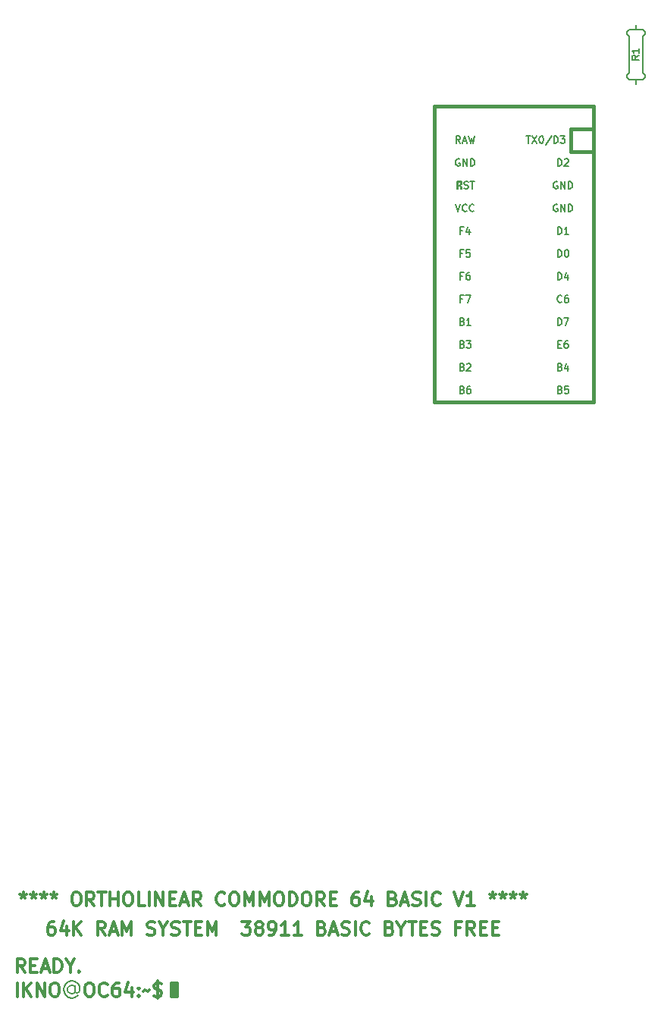
<source format=gbr>
G04 #@! TF.GenerationSoftware,KiCad,Pcbnew,(5.0.1)-3*
G04 #@! TF.CreationDate,2019-03-15T23:25:09+01:00*
G04 #@! TF.ProjectId,OC64,4F4336342E6B696361645F7063620000,rev?*
G04 #@! TF.SameCoordinates,Original*
G04 #@! TF.FileFunction,Legend,Top*
G04 #@! TF.FilePolarity,Positive*
%FSLAX46Y46*%
G04 Gerber Fmt 4.6, Leading zero omitted, Abs format (unit mm)*
G04 Created by KiCad (PCBNEW (5.0.1)-3) date 15/03/2019 23:25:09*
%MOMM*%
%LPD*%
G01*
G04 APERTURE LIST*
%ADD10C,0.300000*%
%ADD11C,0.200000*%
%ADD12C,0.150000*%
%ADD13C,0.381000*%
G04 APERTURE END LIST*
D10*
X305867857Y-173029761D02*
X306582142Y-172077380D01*
X305867857Y-172934523D02*
X306582142Y-171982142D01*
X305867857Y-172839285D02*
X306582142Y-171886904D01*
X305867857Y-172744047D02*
X306582142Y-171791666D01*
X305867857Y-172648809D02*
X306582142Y-171696428D01*
X305867857Y-172553571D02*
X306582142Y-171601190D01*
X305867857Y-172458333D02*
X306582142Y-171505952D01*
X305867857Y-172363095D02*
X306510714Y-171505952D01*
X305867857Y-172267857D02*
X306439285Y-171505952D01*
X305867857Y-172172619D02*
X306367857Y-171505952D01*
X305867857Y-172077380D02*
X306296428Y-171505952D01*
X305867857Y-171982142D02*
X306225000Y-171505952D01*
X305867857Y-171886904D02*
X306153571Y-171505952D01*
X305867857Y-171791666D02*
X306082142Y-171505952D01*
X305867857Y-171696428D02*
X306010714Y-171505952D01*
X305867857Y-171601190D02*
X305939285Y-171505952D01*
X305939285Y-173029761D02*
X306582142Y-172172619D01*
X306010714Y-173029761D02*
X306582142Y-172267857D01*
X306082142Y-173029761D02*
X306582142Y-172363095D01*
X306153571Y-173029761D02*
X306582142Y-172458333D01*
X306225000Y-173029761D02*
X306582142Y-172553571D01*
X306296428Y-173029761D02*
X306582142Y-172648809D01*
X306367857Y-173029761D02*
X306582142Y-172744047D01*
X306439285Y-173029761D02*
X306582142Y-172839285D01*
X306510714Y-173029761D02*
X306582142Y-172934523D01*
X305867857Y-173029761D02*
X305867857Y-171505952D01*
X306582142Y-171505952D01*
X306582142Y-173029761D01*
X305867857Y-173029761D01*
D11*
X295188571Y-171962380D02*
X295093333Y-171867142D01*
X294902857Y-171771904D01*
X294712380Y-171771904D01*
X294521904Y-171867142D01*
X294426666Y-171962380D01*
X294331428Y-172152857D01*
X294331428Y-172343333D01*
X294426666Y-172533809D01*
X294521904Y-172629047D01*
X294712380Y-172724285D01*
X294902857Y-172724285D01*
X295093333Y-172629047D01*
X295188571Y-172533809D01*
X295188571Y-171771904D02*
X295188571Y-172533809D01*
X295283809Y-172629047D01*
X295379047Y-172629047D01*
X295569523Y-172533809D01*
X295664761Y-172343333D01*
X295664761Y-171867142D01*
X295474285Y-171581428D01*
X295188571Y-171390952D01*
X294807619Y-171295714D01*
X294426666Y-171390952D01*
X294140952Y-171581428D01*
X293950476Y-171867142D01*
X293855238Y-172248095D01*
X293950476Y-172629047D01*
X294140952Y-172914761D01*
X294426666Y-173105238D01*
X294807619Y-173200476D01*
X295188571Y-173105238D01*
X295474285Y-172914761D01*
D10*
X288683150Y-173021395D02*
X288683150Y-171521395D01*
X289397436Y-173021395D02*
X289397436Y-171521395D01*
X290254579Y-173021395D02*
X289611722Y-172164252D01*
X290254579Y-171521395D02*
X289397436Y-172378538D01*
X290897436Y-173021395D02*
X290897436Y-171521395D01*
X291754579Y-173021395D01*
X291754579Y-171521395D01*
X292754579Y-171521395D02*
X293040293Y-171521395D01*
X293183150Y-171592824D01*
X293326008Y-171735681D01*
X293397436Y-172021395D01*
X293397436Y-172521395D01*
X293326008Y-172807109D01*
X293183150Y-172949966D01*
X293040293Y-173021395D01*
X292754579Y-173021395D01*
X292611722Y-172949966D01*
X292468865Y-172807109D01*
X292397436Y-172521395D01*
X292397436Y-172021395D01*
X292468865Y-171735681D01*
X292611722Y-171592824D01*
X292754579Y-171521395D01*
X296611722Y-171521395D02*
X296897436Y-171521395D01*
X297040293Y-171592824D01*
X297183150Y-171735681D01*
X297254579Y-172021395D01*
X297254579Y-172521395D01*
X297183150Y-172807109D01*
X297040293Y-172949966D01*
X296897436Y-173021395D01*
X296611722Y-173021395D01*
X296468865Y-172949966D01*
X296326008Y-172807109D01*
X296254579Y-172521395D01*
X296254579Y-172021395D01*
X296326008Y-171735681D01*
X296468865Y-171592824D01*
X296611722Y-171521395D01*
X298754579Y-172878538D02*
X298683150Y-172949966D01*
X298468865Y-173021395D01*
X298326008Y-173021395D01*
X298111722Y-172949966D01*
X297968865Y-172807109D01*
X297897436Y-172664252D01*
X297826008Y-172378538D01*
X297826008Y-172164252D01*
X297897436Y-171878538D01*
X297968865Y-171735681D01*
X298111722Y-171592824D01*
X298326008Y-171521395D01*
X298468865Y-171521395D01*
X298683150Y-171592824D01*
X298754579Y-171664252D01*
X300040293Y-171521395D02*
X299754579Y-171521395D01*
X299611722Y-171592824D01*
X299540293Y-171664252D01*
X299397436Y-171878538D01*
X299326008Y-172164252D01*
X299326008Y-172735681D01*
X299397436Y-172878538D01*
X299468865Y-172949966D01*
X299611722Y-173021395D01*
X299897436Y-173021395D01*
X300040293Y-172949966D01*
X300111722Y-172878538D01*
X300183150Y-172735681D01*
X300183150Y-172378538D01*
X300111722Y-172235681D01*
X300040293Y-172164252D01*
X299897436Y-172092824D01*
X299611722Y-172092824D01*
X299468865Y-172164252D01*
X299397436Y-172235681D01*
X299326008Y-172378538D01*
X301468865Y-172021395D02*
X301468865Y-173021395D01*
X301111722Y-171449966D02*
X300754579Y-172521395D01*
X301683150Y-172521395D01*
X302254579Y-172878538D02*
X302326008Y-172949966D01*
X302254579Y-173021395D01*
X302183150Y-172949966D01*
X302254579Y-172878538D01*
X302254579Y-173021395D01*
X302254579Y-172092824D02*
X302326008Y-172164252D01*
X302254579Y-172235681D01*
X302183150Y-172164252D01*
X302254579Y-172092824D01*
X302254579Y-172235681D01*
X302754579Y-172449966D02*
X302826008Y-172378538D01*
X302968865Y-172307109D01*
X303254579Y-172449966D01*
X303397436Y-172378538D01*
X303468865Y-172307109D01*
X303968865Y-172949966D02*
X304183150Y-173021395D01*
X304540293Y-173021395D01*
X304683150Y-172949966D01*
X304754579Y-172878538D01*
X304826008Y-172735681D01*
X304826008Y-172592824D01*
X304754579Y-172449966D01*
X304683150Y-172378538D01*
X304540293Y-172307109D01*
X304254579Y-172235681D01*
X304111722Y-172164252D01*
X304040293Y-172092824D01*
X303968865Y-171949966D01*
X303968865Y-171807109D01*
X304040293Y-171664252D01*
X304111722Y-171592824D01*
X304254579Y-171521395D01*
X304611722Y-171521395D01*
X304826008Y-171592824D01*
X304397436Y-171307109D02*
X304397436Y-173235681D01*
X289540293Y-170342491D02*
X289040293Y-169628205D01*
X288683150Y-170342491D02*
X288683150Y-168842491D01*
X289254579Y-168842491D01*
X289397436Y-168913920D01*
X289468865Y-168985348D01*
X289540293Y-169128205D01*
X289540293Y-169342491D01*
X289468865Y-169485348D01*
X289397436Y-169556777D01*
X289254579Y-169628205D01*
X288683150Y-169628205D01*
X290183150Y-169556777D02*
X290683150Y-169556777D01*
X290897436Y-170342491D02*
X290183150Y-170342491D01*
X290183150Y-168842491D01*
X290897436Y-168842491D01*
X291468865Y-169913920D02*
X292183150Y-169913920D01*
X291326008Y-170342491D02*
X291826008Y-168842491D01*
X292326008Y-170342491D01*
X292826008Y-170342491D02*
X292826008Y-168842491D01*
X293183150Y-168842491D01*
X293397436Y-168913920D01*
X293540293Y-169056777D01*
X293611722Y-169199634D01*
X293683150Y-169485348D01*
X293683150Y-169699634D01*
X293611722Y-169985348D01*
X293540293Y-170128205D01*
X293397436Y-170271062D01*
X293183150Y-170342491D01*
X292826008Y-170342491D01*
X294611722Y-169628205D02*
X294611722Y-170342491D01*
X294111722Y-168842491D02*
X294611722Y-169628205D01*
X295111722Y-168842491D01*
X295611722Y-170199634D02*
X295683150Y-170271062D01*
X295611722Y-170342491D01*
X295540293Y-170271062D01*
X295611722Y-170199634D01*
X295611722Y-170342491D01*
X292801296Y-164675307D02*
X292515581Y-164675307D01*
X292372724Y-164746736D01*
X292301296Y-164818164D01*
X292158438Y-165032450D01*
X292087010Y-165318164D01*
X292087010Y-165889593D01*
X292158438Y-166032450D01*
X292229867Y-166103878D01*
X292372724Y-166175307D01*
X292658438Y-166175307D01*
X292801296Y-166103878D01*
X292872724Y-166032450D01*
X292944153Y-165889593D01*
X292944153Y-165532450D01*
X292872724Y-165389593D01*
X292801296Y-165318164D01*
X292658438Y-165246736D01*
X292372724Y-165246736D01*
X292229867Y-165318164D01*
X292158438Y-165389593D01*
X292087010Y-165532450D01*
X294229867Y-165175307D02*
X294229867Y-166175307D01*
X293872724Y-164603878D02*
X293515581Y-165675307D01*
X294444153Y-165675307D01*
X295015581Y-166175307D02*
X295015581Y-164675307D01*
X295872724Y-166175307D02*
X295229867Y-165318164D01*
X295872724Y-164675307D02*
X295015581Y-165532450D01*
X298515581Y-166175307D02*
X298015581Y-165461021D01*
X297658438Y-166175307D02*
X297658438Y-164675307D01*
X298229867Y-164675307D01*
X298372724Y-164746736D01*
X298444153Y-164818164D01*
X298515581Y-164961021D01*
X298515581Y-165175307D01*
X298444153Y-165318164D01*
X298372724Y-165389593D01*
X298229867Y-165461021D01*
X297658438Y-165461021D01*
X299087010Y-165746736D02*
X299801296Y-165746736D01*
X298944153Y-166175307D02*
X299444153Y-164675307D01*
X299944153Y-166175307D01*
X300444153Y-166175307D02*
X300444153Y-164675307D01*
X300944153Y-165746736D01*
X301444153Y-164675307D01*
X301444153Y-166175307D01*
X303229867Y-166103878D02*
X303444153Y-166175307D01*
X303801296Y-166175307D01*
X303944153Y-166103878D01*
X304015581Y-166032450D01*
X304087010Y-165889593D01*
X304087010Y-165746736D01*
X304015581Y-165603878D01*
X303944153Y-165532450D01*
X303801296Y-165461021D01*
X303515581Y-165389593D01*
X303372724Y-165318164D01*
X303301296Y-165246736D01*
X303229867Y-165103878D01*
X303229867Y-164961021D01*
X303301296Y-164818164D01*
X303372724Y-164746736D01*
X303515581Y-164675307D01*
X303872724Y-164675307D01*
X304087010Y-164746736D01*
X305015581Y-165461021D02*
X305015581Y-166175307D01*
X304515581Y-164675307D02*
X305015581Y-165461021D01*
X305515581Y-164675307D01*
X305944153Y-166103878D02*
X306158438Y-166175307D01*
X306515581Y-166175307D01*
X306658438Y-166103878D01*
X306729867Y-166032450D01*
X306801296Y-165889593D01*
X306801296Y-165746736D01*
X306729867Y-165603878D01*
X306658438Y-165532450D01*
X306515581Y-165461021D01*
X306229867Y-165389593D01*
X306087010Y-165318164D01*
X306015581Y-165246736D01*
X305944153Y-165103878D01*
X305944153Y-164961021D01*
X306015581Y-164818164D01*
X306087010Y-164746736D01*
X306229867Y-164675307D01*
X306587010Y-164675307D01*
X306801296Y-164746736D01*
X307229867Y-164675307D02*
X308087010Y-164675307D01*
X307658438Y-166175307D02*
X307658438Y-164675307D01*
X308587010Y-165389593D02*
X309087010Y-165389593D01*
X309301296Y-166175307D02*
X308587010Y-166175307D01*
X308587010Y-164675307D01*
X309301296Y-164675307D01*
X309944153Y-166175307D02*
X309944153Y-164675307D01*
X310444153Y-165746736D01*
X310944153Y-164675307D01*
X310944153Y-166175307D01*
X313801296Y-164675307D02*
X314729867Y-164675307D01*
X314229867Y-165246736D01*
X314444153Y-165246736D01*
X314587010Y-165318164D01*
X314658438Y-165389593D01*
X314729867Y-165532450D01*
X314729867Y-165889593D01*
X314658438Y-166032450D01*
X314587010Y-166103878D01*
X314444153Y-166175307D01*
X314015581Y-166175307D01*
X313872724Y-166103878D01*
X313801296Y-166032450D01*
X315587010Y-165318164D02*
X315444153Y-165246736D01*
X315372724Y-165175307D01*
X315301296Y-165032450D01*
X315301296Y-164961021D01*
X315372724Y-164818164D01*
X315444153Y-164746736D01*
X315587010Y-164675307D01*
X315872724Y-164675307D01*
X316015581Y-164746736D01*
X316087010Y-164818164D01*
X316158438Y-164961021D01*
X316158438Y-165032450D01*
X316087010Y-165175307D01*
X316015581Y-165246736D01*
X315872724Y-165318164D01*
X315587010Y-165318164D01*
X315444153Y-165389593D01*
X315372724Y-165461021D01*
X315301296Y-165603878D01*
X315301296Y-165889593D01*
X315372724Y-166032450D01*
X315444153Y-166103878D01*
X315587010Y-166175307D01*
X315872724Y-166175307D01*
X316015581Y-166103878D01*
X316087010Y-166032450D01*
X316158438Y-165889593D01*
X316158438Y-165603878D01*
X316087010Y-165461021D01*
X316015581Y-165389593D01*
X315872724Y-165318164D01*
X316872724Y-166175307D02*
X317158438Y-166175307D01*
X317301296Y-166103878D01*
X317372724Y-166032450D01*
X317515581Y-165818164D01*
X317587010Y-165532450D01*
X317587010Y-164961021D01*
X317515581Y-164818164D01*
X317444153Y-164746736D01*
X317301296Y-164675307D01*
X317015581Y-164675307D01*
X316872724Y-164746736D01*
X316801296Y-164818164D01*
X316729867Y-164961021D01*
X316729867Y-165318164D01*
X316801296Y-165461021D01*
X316872724Y-165532450D01*
X317015581Y-165603878D01*
X317301296Y-165603878D01*
X317444153Y-165532450D01*
X317515581Y-165461021D01*
X317587010Y-165318164D01*
X319015581Y-166175307D02*
X318158438Y-166175307D01*
X318587010Y-166175307D02*
X318587010Y-164675307D01*
X318444153Y-164889593D01*
X318301296Y-165032450D01*
X318158438Y-165103878D01*
X320444153Y-166175307D02*
X319587010Y-166175307D01*
X320015581Y-166175307D02*
X320015581Y-164675307D01*
X319872724Y-164889593D01*
X319729867Y-165032450D01*
X319587010Y-165103878D01*
X322729867Y-165389593D02*
X322944153Y-165461021D01*
X323015581Y-165532450D01*
X323087010Y-165675307D01*
X323087010Y-165889593D01*
X323015581Y-166032450D01*
X322944153Y-166103878D01*
X322801296Y-166175307D01*
X322229867Y-166175307D01*
X322229867Y-164675307D01*
X322729867Y-164675307D01*
X322872724Y-164746736D01*
X322944153Y-164818164D01*
X323015581Y-164961021D01*
X323015581Y-165103878D01*
X322944153Y-165246736D01*
X322872724Y-165318164D01*
X322729867Y-165389593D01*
X322229867Y-165389593D01*
X323658438Y-165746736D02*
X324372724Y-165746736D01*
X323515581Y-166175307D02*
X324015581Y-164675307D01*
X324515581Y-166175307D01*
X324944153Y-166103878D02*
X325158438Y-166175307D01*
X325515581Y-166175307D01*
X325658438Y-166103878D01*
X325729867Y-166032450D01*
X325801296Y-165889593D01*
X325801296Y-165746736D01*
X325729867Y-165603878D01*
X325658438Y-165532450D01*
X325515581Y-165461021D01*
X325229867Y-165389593D01*
X325087010Y-165318164D01*
X325015581Y-165246736D01*
X324944153Y-165103878D01*
X324944153Y-164961021D01*
X325015581Y-164818164D01*
X325087010Y-164746736D01*
X325229867Y-164675307D01*
X325587010Y-164675307D01*
X325801296Y-164746736D01*
X326444153Y-166175307D02*
X326444153Y-164675307D01*
X328015581Y-166032450D02*
X327944153Y-166103878D01*
X327729867Y-166175307D01*
X327587010Y-166175307D01*
X327372724Y-166103878D01*
X327229867Y-165961021D01*
X327158438Y-165818164D01*
X327087010Y-165532450D01*
X327087010Y-165318164D01*
X327158438Y-165032450D01*
X327229867Y-164889593D01*
X327372724Y-164746736D01*
X327587010Y-164675307D01*
X327729867Y-164675307D01*
X327944153Y-164746736D01*
X328015581Y-164818164D01*
X330301296Y-165389593D02*
X330515581Y-165461021D01*
X330587010Y-165532450D01*
X330658438Y-165675307D01*
X330658438Y-165889593D01*
X330587010Y-166032450D01*
X330515581Y-166103878D01*
X330372724Y-166175307D01*
X329801296Y-166175307D01*
X329801296Y-164675307D01*
X330301296Y-164675307D01*
X330444153Y-164746736D01*
X330515581Y-164818164D01*
X330587010Y-164961021D01*
X330587010Y-165103878D01*
X330515581Y-165246736D01*
X330444153Y-165318164D01*
X330301296Y-165389593D01*
X329801296Y-165389593D01*
X331587010Y-165461021D02*
X331587010Y-166175307D01*
X331087010Y-164675307D02*
X331587010Y-165461021D01*
X332087010Y-164675307D01*
X332372724Y-164675307D02*
X333229867Y-164675307D01*
X332801296Y-166175307D02*
X332801296Y-164675307D01*
X333729867Y-165389593D02*
X334229867Y-165389593D01*
X334444153Y-166175307D02*
X333729867Y-166175307D01*
X333729867Y-164675307D01*
X334444153Y-164675307D01*
X335015581Y-166103878D02*
X335229867Y-166175307D01*
X335587010Y-166175307D01*
X335729867Y-166103878D01*
X335801296Y-166032450D01*
X335872724Y-165889593D01*
X335872724Y-165746736D01*
X335801296Y-165603878D01*
X335729867Y-165532450D01*
X335587010Y-165461021D01*
X335301296Y-165389593D01*
X335158438Y-165318164D01*
X335087010Y-165246736D01*
X335015581Y-165103878D01*
X335015581Y-164961021D01*
X335087010Y-164818164D01*
X335158438Y-164746736D01*
X335301296Y-164675307D01*
X335658438Y-164675307D01*
X335872724Y-164746736D01*
X338158438Y-165389593D02*
X337658438Y-165389593D01*
X337658438Y-166175307D02*
X337658438Y-164675307D01*
X338372724Y-164675307D01*
X339801296Y-166175307D02*
X339301296Y-165461021D01*
X338944153Y-166175307D02*
X338944153Y-164675307D01*
X339515581Y-164675307D01*
X339658438Y-164746736D01*
X339729867Y-164818164D01*
X339801296Y-164961021D01*
X339801296Y-165175307D01*
X339729867Y-165318164D01*
X339658438Y-165389593D01*
X339515581Y-165461021D01*
X338944153Y-165461021D01*
X340444153Y-165389593D02*
X340944153Y-165389593D01*
X341158438Y-166175307D02*
X340444153Y-166175307D01*
X340444153Y-164675307D01*
X341158438Y-164675307D01*
X341801296Y-165389593D02*
X342301296Y-165389593D01*
X342515581Y-166175307D02*
X341801296Y-166175307D01*
X341801296Y-164675307D01*
X342515581Y-164675307D01*
X289372724Y-161401091D02*
X289372724Y-161758234D01*
X289015581Y-161615377D02*
X289372724Y-161758234D01*
X289729867Y-161615377D01*
X289158438Y-162043948D02*
X289372724Y-161758234D01*
X289587010Y-162043948D01*
X290515581Y-161401091D02*
X290515581Y-161758234D01*
X290158438Y-161615377D02*
X290515581Y-161758234D01*
X290872724Y-161615377D01*
X290301296Y-162043948D02*
X290515581Y-161758234D01*
X290729867Y-162043948D01*
X291658438Y-161401091D02*
X291658438Y-161758234D01*
X291301296Y-161615377D02*
X291658438Y-161758234D01*
X292015581Y-161615377D01*
X291444153Y-162043948D02*
X291658438Y-161758234D01*
X291872724Y-162043948D01*
X292801296Y-161401091D02*
X292801296Y-161758234D01*
X292444153Y-161615377D02*
X292801296Y-161758234D01*
X293158438Y-161615377D01*
X292587010Y-162043948D02*
X292801296Y-161758234D01*
X293015581Y-162043948D01*
X295158438Y-161401091D02*
X295444153Y-161401091D01*
X295587010Y-161472520D01*
X295729867Y-161615377D01*
X295801296Y-161901091D01*
X295801296Y-162401091D01*
X295729867Y-162686805D01*
X295587010Y-162829662D01*
X295444153Y-162901091D01*
X295158438Y-162901091D01*
X295015581Y-162829662D01*
X294872724Y-162686805D01*
X294801296Y-162401091D01*
X294801296Y-161901091D01*
X294872724Y-161615377D01*
X295015581Y-161472520D01*
X295158438Y-161401091D01*
X297301296Y-162901091D02*
X296801296Y-162186805D01*
X296444153Y-162901091D02*
X296444153Y-161401091D01*
X297015581Y-161401091D01*
X297158438Y-161472520D01*
X297229867Y-161543948D01*
X297301296Y-161686805D01*
X297301296Y-161901091D01*
X297229867Y-162043948D01*
X297158438Y-162115377D01*
X297015581Y-162186805D01*
X296444153Y-162186805D01*
X297729867Y-161401091D02*
X298587010Y-161401091D01*
X298158438Y-162901091D02*
X298158438Y-161401091D01*
X299087010Y-162901091D02*
X299087010Y-161401091D01*
X299087010Y-162115377D02*
X299944153Y-162115377D01*
X299944153Y-162901091D02*
X299944153Y-161401091D01*
X300944153Y-161401091D02*
X301229867Y-161401091D01*
X301372724Y-161472520D01*
X301515581Y-161615377D01*
X301587010Y-161901091D01*
X301587010Y-162401091D01*
X301515581Y-162686805D01*
X301372724Y-162829662D01*
X301229867Y-162901091D01*
X300944153Y-162901091D01*
X300801296Y-162829662D01*
X300658438Y-162686805D01*
X300587010Y-162401091D01*
X300587010Y-161901091D01*
X300658438Y-161615377D01*
X300801296Y-161472520D01*
X300944153Y-161401091D01*
X302944153Y-162901091D02*
X302229867Y-162901091D01*
X302229867Y-161401091D01*
X303444153Y-162901091D02*
X303444153Y-161401091D01*
X304158438Y-162901091D02*
X304158438Y-161401091D01*
X305015581Y-162901091D01*
X305015581Y-161401091D01*
X305729867Y-162115377D02*
X306229867Y-162115377D01*
X306444153Y-162901091D02*
X305729867Y-162901091D01*
X305729867Y-161401091D01*
X306444153Y-161401091D01*
X307015581Y-162472520D02*
X307729867Y-162472520D01*
X306872724Y-162901091D02*
X307372724Y-161401091D01*
X307872724Y-162901091D01*
X309229867Y-162901091D02*
X308729867Y-162186805D01*
X308372724Y-162901091D02*
X308372724Y-161401091D01*
X308944153Y-161401091D01*
X309087010Y-161472520D01*
X309158438Y-161543948D01*
X309229867Y-161686805D01*
X309229867Y-161901091D01*
X309158438Y-162043948D01*
X309087010Y-162115377D01*
X308944153Y-162186805D01*
X308372724Y-162186805D01*
X311872724Y-162758234D02*
X311801296Y-162829662D01*
X311587010Y-162901091D01*
X311444153Y-162901091D01*
X311229867Y-162829662D01*
X311087010Y-162686805D01*
X311015581Y-162543948D01*
X310944153Y-162258234D01*
X310944153Y-162043948D01*
X311015581Y-161758234D01*
X311087010Y-161615377D01*
X311229867Y-161472520D01*
X311444153Y-161401091D01*
X311587010Y-161401091D01*
X311801296Y-161472520D01*
X311872724Y-161543948D01*
X312801296Y-161401091D02*
X313087010Y-161401091D01*
X313229867Y-161472520D01*
X313372724Y-161615377D01*
X313444153Y-161901091D01*
X313444153Y-162401091D01*
X313372724Y-162686805D01*
X313229867Y-162829662D01*
X313087010Y-162901091D01*
X312801296Y-162901091D01*
X312658438Y-162829662D01*
X312515581Y-162686805D01*
X312444153Y-162401091D01*
X312444153Y-161901091D01*
X312515581Y-161615377D01*
X312658438Y-161472520D01*
X312801296Y-161401091D01*
X314087010Y-162901091D02*
X314087010Y-161401091D01*
X314587010Y-162472520D01*
X315087010Y-161401091D01*
X315087010Y-162901091D01*
X315801296Y-162901091D02*
X315801296Y-161401091D01*
X316301296Y-162472520D01*
X316801296Y-161401091D01*
X316801296Y-162901091D01*
X317801296Y-161401091D02*
X318087010Y-161401091D01*
X318229867Y-161472520D01*
X318372724Y-161615377D01*
X318444153Y-161901091D01*
X318444153Y-162401091D01*
X318372724Y-162686805D01*
X318229867Y-162829662D01*
X318087010Y-162901091D01*
X317801296Y-162901091D01*
X317658438Y-162829662D01*
X317515581Y-162686805D01*
X317444153Y-162401091D01*
X317444153Y-161901091D01*
X317515581Y-161615377D01*
X317658438Y-161472520D01*
X317801296Y-161401091D01*
X319087010Y-162901091D02*
X319087010Y-161401091D01*
X319444153Y-161401091D01*
X319658438Y-161472520D01*
X319801296Y-161615377D01*
X319872724Y-161758234D01*
X319944153Y-162043948D01*
X319944153Y-162258234D01*
X319872724Y-162543948D01*
X319801296Y-162686805D01*
X319658438Y-162829662D01*
X319444153Y-162901091D01*
X319087010Y-162901091D01*
X320872724Y-161401091D02*
X321158438Y-161401091D01*
X321301296Y-161472520D01*
X321444153Y-161615377D01*
X321515581Y-161901091D01*
X321515581Y-162401091D01*
X321444153Y-162686805D01*
X321301296Y-162829662D01*
X321158438Y-162901091D01*
X320872724Y-162901091D01*
X320729867Y-162829662D01*
X320587010Y-162686805D01*
X320515581Y-162401091D01*
X320515581Y-161901091D01*
X320587010Y-161615377D01*
X320729867Y-161472520D01*
X320872724Y-161401091D01*
X323015581Y-162901091D02*
X322515581Y-162186805D01*
X322158438Y-162901091D02*
X322158438Y-161401091D01*
X322729867Y-161401091D01*
X322872724Y-161472520D01*
X322944153Y-161543948D01*
X323015581Y-161686805D01*
X323015581Y-161901091D01*
X322944153Y-162043948D01*
X322872724Y-162115377D01*
X322729867Y-162186805D01*
X322158438Y-162186805D01*
X323658438Y-162115377D02*
X324158438Y-162115377D01*
X324372724Y-162901091D02*
X323658438Y-162901091D01*
X323658438Y-161401091D01*
X324372724Y-161401091D01*
X326801296Y-161401091D02*
X326515581Y-161401091D01*
X326372724Y-161472520D01*
X326301296Y-161543948D01*
X326158438Y-161758234D01*
X326087010Y-162043948D01*
X326087010Y-162615377D01*
X326158438Y-162758234D01*
X326229867Y-162829662D01*
X326372724Y-162901091D01*
X326658438Y-162901091D01*
X326801296Y-162829662D01*
X326872724Y-162758234D01*
X326944153Y-162615377D01*
X326944153Y-162258234D01*
X326872724Y-162115377D01*
X326801296Y-162043948D01*
X326658438Y-161972520D01*
X326372724Y-161972520D01*
X326229867Y-162043948D01*
X326158438Y-162115377D01*
X326087010Y-162258234D01*
X328229867Y-161901091D02*
X328229867Y-162901091D01*
X327872724Y-161329662D02*
X327515581Y-162401091D01*
X328444153Y-162401091D01*
X330658438Y-162115377D02*
X330872724Y-162186805D01*
X330944153Y-162258234D01*
X331015581Y-162401091D01*
X331015581Y-162615377D01*
X330944153Y-162758234D01*
X330872724Y-162829662D01*
X330729867Y-162901091D01*
X330158438Y-162901091D01*
X330158438Y-161401091D01*
X330658438Y-161401091D01*
X330801296Y-161472520D01*
X330872724Y-161543948D01*
X330944153Y-161686805D01*
X330944153Y-161829662D01*
X330872724Y-161972520D01*
X330801296Y-162043948D01*
X330658438Y-162115377D01*
X330158438Y-162115377D01*
X331587010Y-162472520D02*
X332301296Y-162472520D01*
X331444153Y-162901091D02*
X331944153Y-161401091D01*
X332444153Y-162901091D01*
X332872724Y-162829662D02*
X333087010Y-162901091D01*
X333444153Y-162901091D01*
X333587010Y-162829662D01*
X333658438Y-162758234D01*
X333729867Y-162615377D01*
X333729867Y-162472520D01*
X333658438Y-162329662D01*
X333587010Y-162258234D01*
X333444153Y-162186805D01*
X333158438Y-162115377D01*
X333015581Y-162043948D01*
X332944153Y-161972520D01*
X332872724Y-161829662D01*
X332872724Y-161686805D01*
X332944153Y-161543948D01*
X333015581Y-161472520D01*
X333158438Y-161401091D01*
X333515581Y-161401091D01*
X333729867Y-161472520D01*
X334372724Y-162901091D02*
X334372724Y-161401091D01*
X335944153Y-162758234D02*
X335872724Y-162829662D01*
X335658438Y-162901091D01*
X335515581Y-162901091D01*
X335301296Y-162829662D01*
X335158438Y-162686805D01*
X335087010Y-162543948D01*
X335015581Y-162258234D01*
X335015581Y-162043948D01*
X335087010Y-161758234D01*
X335158438Y-161615377D01*
X335301296Y-161472520D01*
X335515581Y-161401091D01*
X335658438Y-161401091D01*
X335872724Y-161472520D01*
X335944153Y-161543948D01*
X337515581Y-161401091D02*
X338015581Y-162901091D01*
X338515581Y-161401091D01*
X339801296Y-162901091D02*
X338944153Y-162901091D01*
X339372724Y-162901091D02*
X339372724Y-161401091D01*
X339229867Y-161615377D01*
X339087010Y-161758234D01*
X338944153Y-161829662D01*
X341801296Y-161401091D02*
X341801296Y-161758234D01*
X341444153Y-161615377D02*
X341801296Y-161758234D01*
X342158438Y-161615377D01*
X341587010Y-162043948D02*
X341801296Y-161758234D01*
X342015581Y-162043948D01*
X342944153Y-161401091D02*
X342944153Y-161758234D01*
X342587010Y-161615377D02*
X342944153Y-161758234D01*
X343301296Y-161615377D01*
X342729867Y-162043948D02*
X342944153Y-161758234D01*
X343158438Y-162043948D01*
X344087010Y-161401091D02*
X344087010Y-161758234D01*
X343729867Y-161615377D02*
X344087010Y-161758234D01*
X344444153Y-161615377D01*
X343872724Y-162043948D02*
X344087010Y-161758234D01*
X344301296Y-162043948D01*
X345229867Y-161401091D02*
X345229867Y-161758234D01*
X344872724Y-161615377D02*
X345229867Y-161758234D01*
X345587010Y-161615377D01*
X345015581Y-162043948D02*
X345229867Y-161758234D01*
X345444153Y-162043948D01*
D12*
G04 #@! TO.C,R1*
X357783113Y-65071682D02*
X357783113Y-64563682D01*
X357021113Y-70659682D02*
X357783113Y-70659682D01*
X356767113Y-70405682D02*
X357021113Y-70659682D01*
X356767113Y-70151682D02*
X356767113Y-70405682D01*
X357021113Y-69897682D02*
X356767113Y-70151682D01*
X357021113Y-65833682D02*
X357021113Y-69897682D01*
X356767113Y-65579682D02*
X357021113Y-65833682D01*
X356767113Y-65325682D02*
X356767113Y-65579682D01*
X357021113Y-65071682D02*
X356767113Y-65325682D01*
X358545113Y-65071682D02*
X357021113Y-65071682D01*
X358799113Y-65325682D02*
X358545113Y-65071682D01*
X358799113Y-65579682D02*
X358799113Y-65325682D01*
X358545113Y-65833682D02*
X358799113Y-65579682D01*
X358545113Y-69897682D02*
X358545113Y-65833682D01*
X358799113Y-70151682D02*
X358545113Y-69897682D01*
X358799113Y-70405682D02*
X358799113Y-70151682D01*
X358545113Y-70659682D02*
X358799113Y-70405682D01*
X357783113Y-70659682D02*
X358545113Y-70659682D01*
X357783113Y-71167682D02*
X357783113Y-70659682D01*
D13*
G04 #@! TO.C,U1*
X350534664Y-78700000D02*
X353074664Y-78700000D01*
X350534664Y-76160000D02*
X350534664Y-78700000D01*
D12*
G36*
X338140029Y-82449030D02*
X338140029Y-82549030D01*
X338040029Y-82549030D01*
X338040029Y-82449030D01*
X338140029Y-82449030D01*
G37*
X338140029Y-82449030D02*
X338140029Y-82549030D01*
X338040029Y-82549030D01*
X338040029Y-82449030D01*
X338140029Y-82449030D01*
G36*
X337940029Y-82049030D02*
X337940029Y-82849030D01*
X337840029Y-82849030D01*
X337840029Y-82049030D01*
X337940029Y-82049030D01*
G37*
X337940029Y-82049030D02*
X337940029Y-82849030D01*
X337840029Y-82849030D01*
X337840029Y-82049030D01*
X337940029Y-82049030D01*
G36*
X338340029Y-82649030D02*
X338340029Y-82849030D01*
X338240029Y-82849030D01*
X338240029Y-82649030D01*
X338340029Y-82649030D01*
G37*
X338340029Y-82649030D02*
X338340029Y-82849030D01*
X338240029Y-82849030D01*
X338240029Y-82649030D01*
X338340029Y-82649030D01*
G36*
X338340029Y-82049030D02*
X338340029Y-82349030D01*
X338240029Y-82349030D01*
X338240029Y-82049030D01*
X338340029Y-82049030D01*
G37*
X338340029Y-82049030D02*
X338340029Y-82349030D01*
X338240029Y-82349030D01*
X338240029Y-82049030D01*
X338340029Y-82049030D01*
G36*
X338340029Y-82049030D02*
X338340029Y-82149030D01*
X337840029Y-82149030D01*
X337840029Y-82049030D01*
X338340029Y-82049030D01*
G37*
X338340029Y-82049030D02*
X338340029Y-82149030D01*
X337840029Y-82149030D01*
X337840029Y-82049030D01*
X338340029Y-82049030D01*
D13*
X335294664Y-106640000D02*
X335294664Y-73620000D01*
X353074664Y-106640000D02*
X335294664Y-106640000D01*
X353074664Y-73620000D02*
X353074664Y-106640000D01*
X335294664Y-73620000D02*
X353074664Y-73620000D01*
X350534664Y-76160000D02*
X353074664Y-76160000D01*
G04 #@! TO.C,R1*
D12*
X358145017Y-67999015D02*
X357764065Y-68265682D01*
X358145017Y-68456158D02*
X357345017Y-68456158D01*
X357345017Y-68151396D01*
X357383113Y-68075205D01*
X357421208Y-68037110D01*
X357497398Y-67999015D01*
X357611684Y-67999015D01*
X357687874Y-68037110D01*
X357725970Y-68075205D01*
X357764065Y-68151396D01*
X357764065Y-68456158D01*
X358145017Y-67237110D02*
X358145017Y-67694253D01*
X358145017Y-67465682D02*
X357345017Y-67465682D01*
X357459303Y-67541872D01*
X357535493Y-67618062D01*
X357573589Y-67694253D01*
G04 #@! TO.C,U1*
X349055187Y-80331904D02*
X349055187Y-79531904D01*
X349245664Y-79531904D01*
X349359949Y-79570000D01*
X349436140Y-79646190D01*
X349474235Y-79722380D01*
X349512330Y-79874761D01*
X349512330Y-79989047D01*
X349474235Y-80141428D01*
X349436140Y-80217619D01*
X349359949Y-80293809D01*
X349245664Y-80331904D01*
X349055187Y-80331904D01*
X349817092Y-79608095D02*
X349855187Y-79570000D01*
X349931378Y-79531904D01*
X350121854Y-79531904D01*
X350198044Y-79570000D01*
X350236140Y-79608095D01*
X350274235Y-79684285D01*
X350274235Y-79760476D01*
X350236140Y-79874761D01*
X349778997Y-80331904D01*
X350274235Y-80331904D01*
X349055187Y-90491904D02*
X349055187Y-89691904D01*
X349245664Y-89691904D01*
X349359949Y-89730000D01*
X349436140Y-89806190D01*
X349474235Y-89882380D01*
X349512330Y-90034761D01*
X349512330Y-90149047D01*
X349474235Y-90301428D01*
X349436140Y-90377619D01*
X349359949Y-90453809D01*
X349245664Y-90491904D01*
X349055187Y-90491904D01*
X350007568Y-89691904D02*
X350083759Y-89691904D01*
X350159949Y-89730000D01*
X350198044Y-89768095D01*
X350236140Y-89844285D01*
X350274235Y-89996666D01*
X350274235Y-90187142D01*
X350236140Y-90339523D01*
X350198044Y-90415714D01*
X350159949Y-90453809D01*
X350083759Y-90491904D01*
X350007568Y-90491904D01*
X349931378Y-90453809D01*
X349893283Y-90415714D01*
X349855187Y-90339523D01*
X349817092Y-90187142D01*
X349817092Y-89996666D01*
X349855187Y-89844285D01*
X349893283Y-89768095D01*
X349931378Y-89730000D01*
X350007568Y-89691904D01*
X349055187Y-87951904D02*
X349055187Y-87151904D01*
X349245664Y-87151904D01*
X349359949Y-87190000D01*
X349436140Y-87266190D01*
X349474235Y-87342380D01*
X349512330Y-87494761D01*
X349512330Y-87609047D01*
X349474235Y-87761428D01*
X349436140Y-87837619D01*
X349359949Y-87913809D01*
X349245664Y-87951904D01*
X349055187Y-87951904D01*
X350274235Y-87951904D02*
X349817092Y-87951904D01*
X350045664Y-87951904D02*
X350045664Y-87151904D01*
X349969473Y-87266190D01*
X349893283Y-87342380D01*
X349817092Y-87380476D01*
X349036140Y-84650000D02*
X348959949Y-84611904D01*
X348845664Y-84611904D01*
X348731378Y-84650000D01*
X348655187Y-84726190D01*
X348617092Y-84802380D01*
X348578997Y-84954761D01*
X348578997Y-85069047D01*
X348617092Y-85221428D01*
X348655187Y-85297619D01*
X348731378Y-85373809D01*
X348845664Y-85411904D01*
X348921854Y-85411904D01*
X349036140Y-85373809D01*
X349074235Y-85335714D01*
X349074235Y-85069047D01*
X348921854Y-85069047D01*
X349417092Y-85411904D02*
X349417092Y-84611904D01*
X349874235Y-85411904D01*
X349874235Y-84611904D01*
X350255187Y-85411904D02*
X350255187Y-84611904D01*
X350445664Y-84611904D01*
X350559949Y-84650000D01*
X350636140Y-84726190D01*
X350674235Y-84802380D01*
X350712330Y-84954761D01*
X350712330Y-85069047D01*
X350674235Y-85221428D01*
X350636140Y-85297619D01*
X350559949Y-85373809D01*
X350445664Y-85411904D01*
X350255187Y-85411904D01*
X349036140Y-82110000D02*
X348959949Y-82071904D01*
X348845664Y-82071904D01*
X348731378Y-82110000D01*
X348655187Y-82186190D01*
X348617092Y-82262380D01*
X348578997Y-82414761D01*
X348578997Y-82529047D01*
X348617092Y-82681428D01*
X348655187Y-82757619D01*
X348731378Y-82833809D01*
X348845664Y-82871904D01*
X348921854Y-82871904D01*
X349036140Y-82833809D01*
X349074235Y-82795714D01*
X349074235Y-82529047D01*
X348921854Y-82529047D01*
X349417092Y-82871904D02*
X349417092Y-82071904D01*
X349874235Y-82871904D01*
X349874235Y-82071904D01*
X350255187Y-82871904D02*
X350255187Y-82071904D01*
X350445664Y-82071904D01*
X350559949Y-82110000D01*
X350636140Y-82186190D01*
X350674235Y-82262380D01*
X350712330Y-82414761D01*
X350712330Y-82529047D01*
X350674235Y-82681428D01*
X350636140Y-82757619D01*
X350559949Y-82833809D01*
X350445664Y-82871904D01*
X350255187Y-82871904D01*
X349055187Y-93031904D02*
X349055187Y-92231904D01*
X349245664Y-92231904D01*
X349359949Y-92270000D01*
X349436140Y-92346190D01*
X349474235Y-92422380D01*
X349512330Y-92574761D01*
X349512330Y-92689047D01*
X349474235Y-92841428D01*
X349436140Y-92917619D01*
X349359949Y-92993809D01*
X349245664Y-93031904D01*
X349055187Y-93031904D01*
X350198044Y-92498571D02*
X350198044Y-93031904D01*
X350007568Y-92193809D02*
X349817092Y-92765238D01*
X350312330Y-92765238D01*
X349512330Y-95495714D02*
X349474235Y-95533809D01*
X349359949Y-95571904D01*
X349283759Y-95571904D01*
X349169473Y-95533809D01*
X349093283Y-95457619D01*
X349055187Y-95381428D01*
X349017092Y-95229047D01*
X349017092Y-95114761D01*
X349055187Y-94962380D01*
X349093283Y-94886190D01*
X349169473Y-94810000D01*
X349283759Y-94771904D01*
X349359949Y-94771904D01*
X349474235Y-94810000D01*
X349512330Y-94848095D01*
X350198044Y-94771904D02*
X350045664Y-94771904D01*
X349969473Y-94810000D01*
X349931378Y-94848095D01*
X349855187Y-94962380D01*
X349817092Y-95114761D01*
X349817092Y-95419523D01*
X349855187Y-95495714D01*
X349893283Y-95533809D01*
X349969473Y-95571904D01*
X350121854Y-95571904D01*
X350198044Y-95533809D01*
X350236140Y-95495714D01*
X350274235Y-95419523D01*
X350274235Y-95229047D01*
X350236140Y-95152857D01*
X350198044Y-95114761D01*
X350121854Y-95076666D01*
X349969473Y-95076666D01*
X349893283Y-95114761D01*
X349855187Y-95152857D01*
X349817092Y-95229047D01*
X349055187Y-98111904D02*
X349055187Y-97311904D01*
X349245664Y-97311904D01*
X349359949Y-97350000D01*
X349436140Y-97426190D01*
X349474235Y-97502380D01*
X349512330Y-97654761D01*
X349512330Y-97769047D01*
X349474235Y-97921428D01*
X349436140Y-97997619D01*
X349359949Y-98073809D01*
X349245664Y-98111904D01*
X349055187Y-98111904D01*
X349778997Y-97311904D02*
X350312330Y-97311904D01*
X349969473Y-98111904D01*
X349093283Y-100232857D02*
X349359949Y-100232857D01*
X349474235Y-100651904D02*
X349093283Y-100651904D01*
X349093283Y-99851904D01*
X349474235Y-99851904D01*
X350159949Y-99851904D02*
X350007568Y-99851904D01*
X349931378Y-99890000D01*
X349893283Y-99928095D01*
X349817092Y-100042380D01*
X349778997Y-100194761D01*
X349778997Y-100499523D01*
X349817092Y-100575714D01*
X349855187Y-100613809D01*
X349931378Y-100651904D01*
X350083759Y-100651904D01*
X350159949Y-100613809D01*
X350198044Y-100575714D01*
X350236140Y-100499523D01*
X350236140Y-100309047D01*
X350198044Y-100232857D01*
X350159949Y-100194761D01*
X350083759Y-100156666D01*
X349931378Y-100156666D01*
X349855187Y-100194761D01*
X349817092Y-100232857D01*
X349778997Y-100309047D01*
X349321854Y-102772857D02*
X349436140Y-102810952D01*
X349474235Y-102849047D01*
X349512330Y-102925238D01*
X349512330Y-103039523D01*
X349474235Y-103115714D01*
X349436140Y-103153809D01*
X349359949Y-103191904D01*
X349055187Y-103191904D01*
X349055187Y-102391904D01*
X349321854Y-102391904D01*
X349398044Y-102430000D01*
X349436140Y-102468095D01*
X349474235Y-102544285D01*
X349474235Y-102620476D01*
X349436140Y-102696666D01*
X349398044Y-102734761D01*
X349321854Y-102772857D01*
X349055187Y-102772857D01*
X350198044Y-102658571D02*
X350198044Y-103191904D01*
X350007568Y-102353809D02*
X349817092Y-102925238D01*
X350312330Y-102925238D01*
X349321854Y-105312857D02*
X349436140Y-105350952D01*
X349474235Y-105389047D01*
X349512330Y-105465238D01*
X349512330Y-105579523D01*
X349474235Y-105655714D01*
X349436140Y-105693809D01*
X349359949Y-105731904D01*
X349055187Y-105731904D01*
X349055187Y-104931904D01*
X349321854Y-104931904D01*
X349398044Y-104970000D01*
X349436140Y-105008095D01*
X349474235Y-105084285D01*
X349474235Y-105160476D01*
X349436140Y-105236666D01*
X349398044Y-105274761D01*
X349321854Y-105312857D01*
X349055187Y-105312857D01*
X350236140Y-104931904D02*
X349855187Y-104931904D01*
X349817092Y-105312857D01*
X349855187Y-105274761D01*
X349931378Y-105236666D01*
X350121854Y-105236666D01*
X350198044Y-105274761D01*
X350236140Y-105312857D01*
X350274235Y-105389047D01*
X350274235Y-105579523D01*
X350236140Y-105655714D01*
X350198044Y-105693809D01*
X350121854Y-105731904D01*
X349931378Y-105731904D01*
X349855187Y-105693809D01*
X349817092Y-105655714D01*
X338399854Y-105312857D02*
X338514140Y-105350952D01*
X338552235Y-105389047D01*
X338590330Y-105465238D01*
X338590330Y-105579523D01*
X338552235Y-105655714D01*
X338514140Y-105693809D01*
X338437949Y-105731904D01*
X338133187Y-105731904D01*
X338133187Y-104931904D01*
X338399854Y-104931904D01*
X338476044Y-104970000D01*
X338514140Y-105008095D01*
X338552235Y-105084285D01*
X338552235Y-105160476D01*
X338514140Y-105236666D01*
X338476044Y-105274761D01*
X338399854Y-105312857D01*
X338133187Y-105312857D01*
X339276044Y-104931904D02*
X339123664Y-104931904D01*
X339047473Y-104970000D01*
X339009378Y-105008095D01*
X338933187Y-105122380D01*
X338895092Y-105274761D01*
X338895092Y-105579523D01*
X338933187Y-105655714D01*
X338971283Y-105693809D01*
X339047473Y-105731904D01*
X339199854Y-105731904D01*
X339276044Y-105693809D01*
X339314140Y-105655714D01*
X339352235Y-105579523D01*
X339352235Y-105389047D01*
X339314140Y-105312857D01*
X339276044Y-105274761D01*
X339199854Y-105236666D01*
X339047473Y-105236666D01*
X338971283Y-105274761D01*
X338933187Y-105312857D01*
X338895092Y-105389047D01*
X338399854Y-100232857D02*
X338514140Y-100270952D01*
X338552235Y-100309047D01*
X338590330Y-100385238D01*
X338590330Y-100499523D01*
X338552235Y-100575714D01*
X338514140Y-100613809D01*
X338437949Y-100651904D01*
X338133187Y-100651904D01*
X338133187Y-99851904D01*
X338399854Y-99851904D01*
X338476044Y-99890000D01*
X338514140Y-99928095D01*
X338552235Y-100004285D01*
X338552235Y-100080476D01*
X338514140Y-100156666D01*
X338476044Y-100194761D01*
X338399854Y-100232857D01*
X338133187Y-100232857D01*
X338856997Y-99851904D02*
X339352235Y-99851904D01*
X339085568Y-100156666D01*
X339199854Y-100156666D01*
X339276044Y-100194761D01*
X339314140Y-100232857D01*
X339352235Y-100309047D01*
X339352235Y-100499523D01*
X339314140Y-100575714D01*
X339276044Y-100613809D01*
X339199854Y-100651904D01*
X338971283Y-100651904D01*
X338895092Y-100613809D01*
X338856997Y-100575714D01*
X338399854Y-97692857D02*
X338514140Y-97730952D01*
X338552235Y-97769047D01*
X338590330Y-97845238D01*
X338590330Y-97959523D01*
X338552235Y-98035714D01*
X338514140Y-98073809D01*
X338437949Y-98111904D01*
X338133187Y-98111904D01*
X338133187Y-97311904D01*
X338399854Y-97311904D01*
X338476044Y-97350000D01*
X338514140Y-97388095D01*
X338552235Y-97464285D01*
X338552235Y-97540476D01*
X338514140Y-97616666D01*
X338476044Y-97654761D01*
X338399854Y-97692857D01*
X338133187Y-97692857D01*
X339352235Y-98111904D02*
X338895092Y-98111904D01*
X339123664Y-98111904D02*
X339123664Y-97311904D01*
X339047473Y-97426190D01*
X338971283Y-97502380D01*
X338895092Y-97540476D01*
X338456997Y-87532857D02*
X338190330Y-87532857D01*
X338190330Y-87951904D02*
X338190330Y-87151904D01*
X338571283Y-87151904D01*
X339218902Y-87418571D02*
X339218902Y-87951904D01*
X339028425Y-87113809D02*
X338837949Y-87685238D01*
X339333187Y-87685238D01*
X337656997Y-84611904D02*
X337923664Y-85411904D01*
X338190330Y-84611904D01*
X338914140Y-85335714D02*
X338876044Y-85373809D01*
X338761759Y-85411904D01*
X338685568Y-85411904D01*
X338571283Y-85373809D01*
X338495092Y-85297619D01*
X338456997Y-85221428D01*
X338418902Y-85069047D01*
X338418902Y-84954761D01*
X338456997Y-84802380D01*
X338495092Y-84726190D01*
X338571283Y-84650000D01*
X338685568Y-84611904D01*
X338761759Y-84611904D01*
X338876044Y-84650000D01*
X338914140Y-84688095D01*
X339714140Y-85335714D02*
X339676044Y-85373809D01*
X339561759Y-85411904D01*
X339485568Y-85411904D01*
X339371283Y-85373809D01*
X339295092Y-85297619D01*
X339256997Y-85221428D01*
X339218902Y-85069047D01*
X339218902Y-84954761D01*
X339256997Y-84802380D01*
X339295092Y-84726190D01*
X339371283Y-84650000D01*
X339485568Y-84611904D01*
X339561759Y-84611904D01*
X339676044Y-84650000D01*
X339714140Y-84688095D01*
X338114140Y-79570000D02*
X338037949Y-79531904D01*
X337923664Y-79531904D01*
X337809378Y-79570000D01*
X337733187Y-79646190D01*
X337695092Y-79722380D01*
X337656997Y-79874761D01*
X337656997Y-79989047D01*
X337695092Y-80141428D01*
X337733187Y-80217619D01*
X337809378Y-80293809D01*
X337923664Y-80331904D01*
X337999854Y-80331904D01*
X338114140Y-80293809D01*
X338152235Y-80255714D01*
X338152235Y-79989047D01*
X337999854Y-79989047D01*
X338495092Y-80331904D02*
X338495092Y-79531904D01*
X338952235Y-80331904D01*
X338952235Y-79531904D01*
X339333187Y-80331904D02*
X339333187Y-79531904D01*
X339523664Y-79531904D01*
X339637949Y-79570000D01*
X339714140Y-79646190D01*
X339752235Y-79722380D01*
X339790330Y-79874761D01*
X339790330Y-79989047D01*
X339752235Y-80141428D01*
X339714140Y-80217619D01*
X339637949Y-80293809D01*
X339523664Y-80331904D01*
X339333187Y-80331904D01*
X338171283Y-77791904D02*
X337904616Y-77410952D01*
X337714140Y-77791904D02*
X337714140Y-76991904D01*
X338018902Y-76991904D01*
X338095092Y-77030000D01*
X338133187Y-77068095D01*
X338171283Y-77144285D01*
X338171283Y-77258571D01*
X338133187Y-77334761D01*
X338095092Y-77372857D01*
X338018902Y-77410952D01*
X337714140Y-77410952D01*
X338476044Y-77563333D02*
X338856997Y-77563333D01*
X338399854Y-77791904D02*
X338666521Y-76991904D01*
X338933187Y-77791904D01*
X339123664Y-76991904D02*
X339314140Y-77791904D01*
X339466521Y-77220476D01*
X339618902Y-77791904D01*
X339809378Y-76991904D01*
X338456997Y-90072857D02*
X338190330Y-90072857D01*
X338190330Y-90491904D02*
X338190330Y-89691904D01*
X338571283Y-89691904D01*
X339256997Y-89691904D02*
X338876044Y-89691904D01*
X338837949Y-90072857D01*
X338876044Y-90034761D01*
X338952235Y-89996666D01*
X339142711Y-89996666D01*
X339218902Y-90034761D01*
X339256997Y-90072857D01*
X339295092Y-90149047D01*
X339295092Y-90339523D01*
X339256997Y-90415714D01*
X339218902Y-90453809D01*
X339142711Y-90491904D01*
X338952235Y-90491904D01*
X338876044Y-90453809D01*
X338837949Y-90415714D01*
X338456997Y-92612857D02*
X338190330Y-92612857D01*
X338190330Y-93031904D02*
X338190330Y-92231904D01*
X338571283Y-92231904D01*
X339218902Y-92231904D02*
X339066521Y-92231904D01*
X338990330Y-92270000D01*
X338952235Y-92308095D01*
X338876044Y-92422380D01*
X338837949Y-92574761D01*
X338837949Y-92879523D01*
X338876044Y-92955714D01*
X338914140Y-92993809D01*
X338990330Y-93031904D01*
X339142711Y-93031904D01*
X339218902Y-92993809D01*
X339256997Y-92955714D01*
X339295092Y-92879523D01*
X339295092Y-92689047D01*
X339256997Y-92612857D01*
X339218902Y-92574761D01*
X339142711Y-92536666D01*
X338990330Y-92536666D01*
X338914140Y-92574761D01*
X338876044Y-92612857D01*
X338837949Y-92689047D01*
X338456997Y-95152857D02*
X338190330Y-95152857D01*
X338190330Y-95571904D02*
X338190330Y-94771904D01*
X338571283Y-94771904D01*
X338799854Y-94771904D02*
X339333187Y-94771904D01*
X338990330Y-95571904D01*
X338399854Y-102772857D02*
X338514140Y-102810952D01*
X338552235Y-102849047D01*
X338590330Y-102925238D01*
X338590330Y-103039523D01*
X338552235Y-103115714D01*
X338514140Y-103153809D01*
X338437949Y-103191904D01*
X338133187Y-103191904D01*
X338133187Y-102391904D01*
X338399854Y-102391904D01*
X338476044Y-102430000D01*
X338514140Y-102468095D01*
X338552235Y-102544285D01*
X338552235Y-102620476D01*
X338514140Y-102696666D01*
X338476044Y-102734761D01*
X338399854Y-102772857D01*
X338133187Y-102772857D01*
X338895092Y-102468095D02*
X338933187Y-102430000D01*
X339009378Y-102391904D01*
X339199854Y-102391904D01*
X339276044Y-102430000D01*
X339314140Y-102468095D01*
X339352235Y-102544285D01*
X339352235Y-102620476D01*
X339314140Y-102734761D01*
X338856997Y-103191904D01*
X339352235Y-103191904D01*
X345566059Y-76991904D02*
X346023202Y-76991904D01*
X345794631Y-77791904D02*
X345794631Y-76991904D01*
X346213678Y-76991904D02*
X346747012Y-77791904D01*
X346747012Y-76991904D02*
X346213678Y-77791904D01*
X347204155Y-76991904D02*
X347280345Y-76991904D01*
X347356536Y-77030000D01*
X347394631Y-77068095D01*
X347432726Y-77144285D01*
X347470821Y-77296666D01*
X347470821Y-77487142D01*
X347432726Y-77639523D01*
X347394631Y-77715714D01*
X347356536Y-77753809D01*
X347280345Y-77791904D01*
X347204155Y-77791904D01*
X347127964Y-77753809D01*
X347089869Y-77715714D01*
X347051774Y-77639523D01*
X347013678Y-77487142D01*
X347013678Y-77296666D01*
X347051774Y-77144285D01*
X347089869Y-77068095D01*
X347127964Y-77030000D01*
X347204155Y-76991904D01*
X348385107Y-76953809D02*
X347699393Y-77982380D01*
X348651774Y-77791904D02*
X348651774Y-76991904D01*
X348842250Y-76991904D01*
X348956536Y-77030000D01*
X349032726Y-77106190D01*
X349070821Y-77182380D01*
X349108916Y-77334761D01*
X349108916Y-77449047D01*
X349070821Y-77601428D01*
X349032726Y-77677619D01*
X348956536Y-77753809D01*
X348842250Y-77791904D01*
X348651774Y-77791904D01*
X349375583Y-76991904D02*
X349870821Y-76991904D01*
X349604155Y-77296666D01*
X349718440Y-77296666D01*
X349794631Y-77334761D01*
X349832726Y-77372857D01*
X349870821Y-77449047D01*
X349870821Y-77639523D01*
X349832726Y-77715714D01*
X349794631Y-77753809D01*
X349718440Y-77791904D01*
X349489869Y-77791904D01*
X349413678Y-77753809D01*
X349375583Y-77715714D01*
X338611330Y-82813809D02*
X338725616Y-82851904D01*
X338916092Y-82851904D01*
X338992283Y-82813809D01*
X339030378Y-82775714D01*
X339068473Y-82699523D01*
X339068473Y-82623333D01*
X339030378Y-82547142D01*
X338992283Y-82509047D01*
X338916092Y-82470952D01*
X338763711Y-82432857D01*
X338687521Y-82394761D01*
X338649425Y-82356666D01*
X338611330Y-82280476D01*
X338611330Y-82204285D01*
X338649425Y-82128095D01*
X338687521Y-82090000D01*
X338763711Y-82051904D01*
X338954187Y-82051904D01*
X339068473Y-82090000D01*
X339297044Y-82051904D02*
X339754187Y-82051904D01*
X339525616Y-82851904D02*
X339525616Y-82051904D01*
G04 #@! TD*
M02*

</source>
